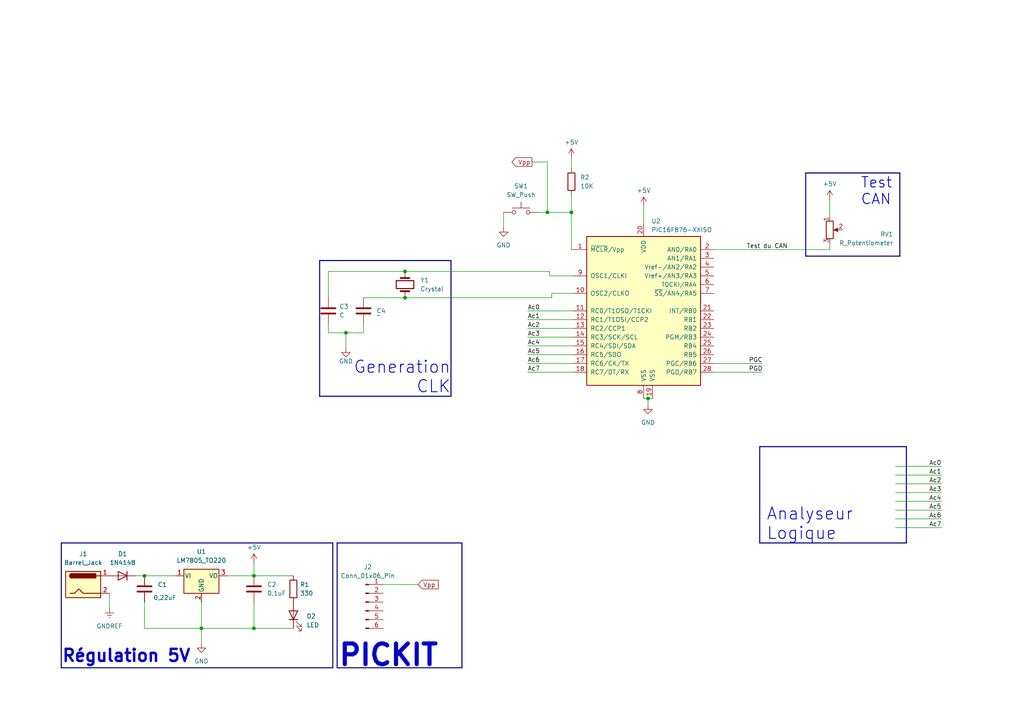
<source format=kicad_sch>
(kicad_sch (version 20230121) (generator eeschema)
  (paper "A4")
  (title_block (title "Projet capteur de temperature avec uC en assembleur") (date "2024-03-06") (company "ESME Ivry-sur-Seine") (comment 1 "Groupe 5 : A2S") (comment 2 "Membres : RAFFOUX JOIRE ANDRIANJAFINDRADILO") (comment 3 "Partie 1 et 2 : Signal carré et test du CAN"))
  (lib_symbols
    (symbol "Connector:Barrel_Jack" (pin_names (offset 1.016))
      (property "Reference" "J" (at 0 5.334 0))
      (property "Value" "Barrel_Jack" (at 0 -5.08 0))
      (symbol "Barrel_Jack_0_1"
        (rectangle (start -5.08 3.81) (end 5.08 -3.81) (stroke (width 0.254)) (fill (type background)))
        (arc (start -3.302 3.175) (mid -3.9343 2.54) (end -3.302 1.905) (stroke (width 0.254)))
        (arc (start -3.302 3.175) (mid -3.9343 2.54) (end -3.302 1.905) (stroke (width 0.254)) (fill (type outline)))
        (polyline (pts (xy 5.08 2.54) (xy 3.81 2.54)) (stroke (width 0.254)))
        (polyline (pts (xy -3.81 -2.54) (xy -2.54 -2.54) (xy -1.27 -1.27) (xy 0 -2.54) (xy 2.54 -2.54) (xy 5.08 -2.54)) (stroke (width 0.254)))
        (rectangle (start 3.683 3.175) (end -3.302 1.905) (stroke (width 0.254)) (fill (type outline)))
      )
      (symbol "Barrel_Jack_1_1"
        (pin passive line (at 7.62 2.54 180) (length 2.54) (name "~") (number "1"))
        (pin passive line (at 7.62 -2.54 180) (length 2.54) (name "~") (number "2"))
      )
    )
    (symbol "Connector:Conn_01x06_Pin" (pin_names (offset 1.016) hide)
      (property "Reference" "J" (at 0 7.62 0))
      (property "Value" "Conn_01x06_Pin" (at 0 -10.16 0))
      (symbol "Conn_01x06_Pin_1_1"
        (polyline (pts (xy 1.27 -7.62) (xy 0.8636 -7.62)) (stroke (width 0.1524)))
        (polyline (pts (xy 1.27 -5.08) (xy 0.8636 -5.08)) (stroke (width 0.1524)))
        (polyline (pts (xy 1.27 -2.54) (xy 0.8636 -2.54)) (stroke (width 0.1524)))
        (polyline (pts (xy 1.27 0) (xy 0.8636 0)) (stroke (width 0.1524)))
        (polyline (pts (xy 1.27 2.54) (xy 0.8636 2.54)) (stroke (width 0.1524)))
        (polyline (pts (xy 1.27 5.08) (xy 0.8636 5.08)) (stroke (width 0.1524)))
        (rectangle (start 0.8636 -7.493) (end 0 -7.747) (stroke (width 0.1524)) (fill (type outline)))
        (rectangle (start 0.8636 -4.953) (end 0 -5.207) (stroke (width 0.1524)) (fill (type outline)))
        (rectangle (start 0.8636 -2.413) (end 0 -2.667) (stroke (width 0.1524)) (fill (type outline)))
        (rectangle (start 0.8636 0.127) (end 0 -0.127) (stroke (width 0.1524)) (fill (type outline)))
        (rectangle (start 0.8636 2.667) (end 0 2.413) (stroke (width 0.1524)) (fill (type outline)))
        (rectangle (start 0.8636 5.207) (end 0 4.953) (stroke (width 0.1524)) (fill (type outline)))
        (pin passive line (at 5.08 5.08 180) (length 3.81) (name "Pin_1") (number "1"))
        (pin passive line (at 5.08 2.54 180) (length 3.81) (name "Pin_2") (number "2"))
        (pin passive line (at 5.08 0 180) (length 3.81) (name "Pin_3") (number "3"))
        (pin passive line (at 5.08 -2.54 180) (length 3.81) (name "Pin_4") (number "4"))
        (pin passive line (at 5.08 -5.08 180) (length 3.81) (name "Pin_5") (number "5"))
        (pin passive line (at 5.08 -7.62 180) (length 3.81) (name "Pin_6") (number "6"))
      )
    )
    (symbol "Device:C" (pin_numbers hide) (pin_names (offset 0.254))
      (property "Reference" "C" (at 0.635 2.54 0))
      (property "Value" "C" (at 0.635 -2.54 0))
      (symbol "C_0_1"
        (polyline (pts (xy -2.032 -0.762) (xy 2.032 -0.762)) (stroke (width 0.508)))
        (polyline (pts (xy -2.032 0.762) (xy 2.032 0.762)) (stroke (width 0.508)))
      )
      (symbol "C_1_1"
        (pin passive line (at 0 3.81 270) (length 2.794) (name "~") (number "1"))
        (pin passive line (at 0 -3.81 90) (length 2.794) (name "~") (number "2"))
      )
    )
    (symbol "Device:Crystal" (pin_numbers hide) (pin_names (offset 1.016) hide)
      (property "Reference" "Y" (at 0 3.81 0))
      (property "Value" "Crystal" (at 0 -3.81 0))
      (symbol "Crystal_0_1"
        (rectangle (start -1.143 2.54) (end 1.143 -2.54) (stroke (width 0.3048)))
        (polyline (pts (xy -2.54 0) (xy -1.905 0)))
        (polyline (pts (xy -1.905 -1.27) (xy -1.905 1.27)) (stroke (width 0.508)))
        (polyline (pts (xy 1.905 -1.27) (xy 1.905 1.27)) (stroke (width 0.508)))
        (polyline (pts (xy 2.54 0) (xy 1.905 0)))
      )
      (symbol "Crystal_1_1"
        (pin passive line (at -3.81 0 0) (length 1.27) (name "1") (number "1"))
        (pin passive line (at 3.81 0 180) (length 1.27) (name "2") (number "2"))
      )
    )
    (symbol "Device:LED" (pin_numbers hide) (pin_names (offset 1.016) hide)
      (property "Reference" "D" (at 0 2.54 0))
      (property "Value" "LED" (at 0 -2.54 0))
      (symbol "LED_0_1"
        (polyline (pts (xy -1.27 -1.27) (xy -1.27 1.27)) (stroke (width 0.254)))
        (polyline (pts (xy -1.27 0) (xy 1.27 0)))
        (polyline (pts (xy 1.27 -1.27) (xy 1.27 1.27) (xy -1.27 0) (xy 1.27 -1.27)) (stroke (width 0.254)))
        (polyline (pts (xy -3.048 -0.762) (xy -4.572 -2.286) (xy -3.81 -2.286) (xy -4.572 -2.286) (xy -4.572 -1.524)))
        (polyline (pts (xy -1.778 -0.762) (xy -3.302 -2.286) (xy -2.54 -2.286) (xy -3.302 -2.286) (xy -3.302 -1.524)))
      )
      (symbol "LED_1_1"
        (pin passive line (at -3.81 0 0) (length 2.54) (name "K") (number "1"))
        (pin passive line (at 3.81 0 180) (length 2.54) (name "A") (number "2"))
      )
    )
    (symbol "Device:R" (pin_numbers hide) (pin_names (offset 0))
      (property "Reference" "R" (at 2.032 0 90))
      (property "Value" "R" (at 0 0 90))
      (symbol "R_0_1"
        (rectangle (start -1.016 -2.54) (end 1.016 2.54) (stroke (width 0.254)))
      )
      (symbol "R_1_1"
        (pin passive line (at 0 3.81 270) (length 1.27) (name "~") (number "1"))
        (pin passive line (at 0 -3.81 90) (length 1.27) (name "~") (number "2"))
      )
    )
    (symbol "Device:R_Potentiometer" (pin_names (offset 1.016) hide)
      (property "Reference" "RV" (at -4.445 0 90))
      (property "Value" "R_Potentiometer" (at -2.54 0 90))
      (symbol "R_Potentiometer_0_1"
        (polyline (pts (xy 2.54 0) (xy 1.524 0)))
        (polyline (pts (xy 1.143 0) (xy 2.286 0.508) (xy 2.286 -0.508) (xy 1.143 0)) (fill (type outline)))
        (rectangle (start 1.016 2.54) (end -1.016 -2.54) (stroke (width 0.254)))
      )
      (symbol "R_Potentiometer_1_1"
        (pin passive line (at 0 3.81 270) (length 1.27) (name "1") (number "1"))
        (pin passive line (at 3.81 0 180) (length 1.27) (name "2") (number "2"))
        (pin passive line (at 0 -3.81 90) (length 1.27) (name "3") (number "3"))
      )
    )
    (symbol "Diode:1N4148" (pin_numbers hide) (pin_names hide)
      (property "Reference" "D" (at 0 2.54 0))
      (property "Value" "1N4148" (at 0 -2.54 0))
      (symbol "1N4148_0_1"
        (polyline (pts (xy -1.27 1.27) (xy -1.27 -1.27)) (stroke (width 0.254)))
        (polyline (pts (xy 1.27 0) (xy -1.27 0)))
        (polyline (pts (xy 1.27 1.27) (xy 1.27 -1.27) (xy -1.27 0) (xy 1.27 1.27)) (stroke (width 0.254)))
      )
      (symbol "1N4148_1_1"
        (pin passive line (at -3.81 0 0) (length 2.54) (name "K") (number "1"))
        (pin passive line (at 3.81 0 180) (length 2.54) (name "A") (number "2"))
      )
    )
    (symbol "MCU_Microchip_PIC16:PIC16F876-XXISO" (pin_names (offset 1.016))
      (property "Reference" "U" (at 2.54 25.4 0))
      (property "Value" "PIC16F876-XXISO" (at 2.54 22.86 0))
      (symbol "PIC16F876-XXISO_0_1"
        (rectangle (start -16.51 21.59) (end 16.51 -21.59) (stroke (width 0.254)) (fill (type background)))
      )
      (symbol "PIC16F876-XXISO_1_1"
        (pin input line (at -20.32 17.78 0) (length 3.81) (name "~{MCLR}/Vpp") (number "1"))
        (pin output line (at -20.32 5.08 0) (length 3.81) (name "OSC2/CLKO") (number "10"))
        (pin bidirectional line (at -20.32 0 0) (length 3.81) (name "RC0/T1OSO/T1CKI") (number "11"))
        (pin bidirectional line (at -20.32 -2.54 0) (length 3.81) (name "RC1/T1OSI/CCP2") (number "12"))
        (pin bidirectional line (at -20.32 -5.08 0) (length 3.81) (name "RC2/CCP1") (number "13"))
        (pin bidirectional line (at -20.32 -7.62 0) (length 3.81) (name "RC3/SCK/SCL") (number "14"))
        (pin bidirectional line (at -20.32 -10.16 0) (length 3.81) (name "RC4/SDI/SDA") (number "15"))
        (pin bidirectional line (at -20.32 -12.7 0) (length 3.81) (name "RC5/SDO") (number "16"))
        (pin bidirectional line (at -20.32 -15.24 0) (length 3.81) (name "RC6/CK/TX") (number "17"))
        (pin bidirectional line (at -20.32 -17.78 0) (length 3.81) (name "RC7/DT/RX") (number "18"))
        (pin power_in line (at 2.54 -25.4 90) (length 3.81) (name "VSS") (number "19"))
        (pin bidirectional line (at 20.32 17.78 180) (length 3.81) (name "AN0/RA0") (number "2"))
        (pin power_in line (at 0 25.4 270) (length 3.81) (name "VDD") (number "20"))
        (pin bidirectional line (at 20.32 0 180) (length 3.81) (name "INT/RB0") (number "21"))
        (pin bidirectional line (at 20.32 -2.54 180) (length 3.81) (name "RB1") (number "22"))
        (pin bidirectional line (at 20.32 -5.08 180) (length 3.81) (name "RB2") (number "23"))
        (pin bidirectional line (at 20.32 -7.62 180) (length 3.81) (name "PGM/RB3") (number "24"))
        (pin bidirectional line (at 20.32 -10.16 180) (length 3.81) (name "RB4") (number "25"))
        (pin bidirectional line (at 20.32 -12.7 180) (length 3.81) (name "RB5") (number "26"))
        (pin bidirectional line (at 20.32 -15.24 180) (length 3.81) (name "PGC/RB6") (number "27"))
        (pin bidirectional line (at 20.32 -17.78 180) (length 3.81) (name "PGD/RB7") (number "28"))
        (pin bidirectional line (at 20.32 15.24 180) (length 3.81) (name "AN1/RA1") (number "3"))
        (pin bidirectional line (at 20.32 12.7 180) (length 3.81) (name "Vref-/AN2/RA2") (number "4"))
        (pin bidirectional line (at 20.32 10.16 180) (length 3.81) (name "Vref+/AN3/RA3") (number "5"))
        (pin bidirectional line (at 20.32 7.62 180) (length 3.81) (name "T0CKI/RA4") (number "6"))
        (pin bidirectional line (at 20.32 5.08 180) (length 3.81) (name "~{SS}/AN4/RA5") (number "7"))
        (pin power_in line (at 0 -25.4 90) (length 3.81) (name "VSS") (number "8"))
        (pin input line (at -20.32 10.16 0) (length 3.81) (name "OSC1/CLKI") (number "9"))
      )
    )
    (symbol "Regulator_Linear:LM7805_TO220" (pin_names (offset 0.254))
      (property "Reference" "U" (at -3.81 3.175 0))
      (property "Value" "LM7805_TO220" (at 0 3.175 0))
      (symbol "LM7805_TO220_0_1"
        (rectangle (start -5.08 1.905) (end 5.08 -5.08) (stroke (width 0.254)) (fill (type background)))
      )
      (symbol "LM7805_TO220_1_1"
        (pin power_in line (at -7.62 0 0) (length 2.54) (name "VI") (number "1"))
        (pin power_in line (at 0 -7.62 90) (length 2.54) (name "GND") (number "2"))
        (pin power_out line (at 7.62 0 180) (length 2.54) (name "VO") (number "3"))
      )
    )
    (symbol "Switch:SW_Push" (pin_numbers hide) (pin_names (offset 1.016) hide)
      (property "Reference" "SW" (at 1.27 2.54 0))
      (property "Value" "SW_Push" (at 0 -1.524 0))
      (symbol "SW_Push_0_1"
        (circle (center -2.032 0) (radius 0.508))
        (polyline (pts (xy 0 1.27) (xy 0 3.048)))
        (polyline (pts (xy 2.54 1.27) (xy -2.54 1.27)))
        (circle (center 2.032 0) (radius 0.508))
        (pin passive line (at -5.08 0 0) (length 2.54) (name "1") (number "1"))
        (pin passive line (at 5.08 0 180) (length 2.54) (name "2") (number "2"))
      )
    )
    (symbol "power:+5V" (power) (pin_names (offset 0))
      (property "Value" "+5V" (at 0 3.556 0))
      (symbol "+5V_0_1"
        (polyline (pts (xy -0.762 1.27) (xy 0 2.54)))
        (polyline (pts (xy 0 0) (xy 0 2.54)))
        (polyline (pts (xy 0 2.54) (xy 0.762 1.27)))
      )
      (symbol "+5V_1_1"
        (pin power_in line (at 0 0 90) (length 0) hide (name "+5V") (number "1"))
      )
    )
    (symbol "power:GND" (power) (pin_names (offset 0))
      (property "Value" "GND" (at 0 -3.81 0))
      (symbol "GND_0_1"
        (polyline (pts (xy 0 0) (xy 0 -1.27) (xy 1.27 -1.27) (xy 0 -2.54) (xy -1.27 -1.27) (xy 0 -1.27)))
      )
      (symbol "GND_1_1"
        (pin power_in line (at 0 0 270) (length 0) hide (name "GND") (number "1"))
      )
    )
    (symbol "power:GNDREF" (power) (pin_names (offset 0))
      (property "Value" "GNDREF" (at 0 -3.81 0))
      (symbol "GNDREF_0_1"
        (polyline (pts (xy -0.635 -1.905) (xy 0.635 -1.905)))
        (polyline (pts (xy -0.127 -2.54) (xy 0.127 -2.54)))
        (polyline (pts (xy 0 -1.27) (xy 0 0)))
        (polyline (pts (xy 1.27 -1.27) (xy -1.27 -1.27)))
      )
      (symbol "GNDREF_1_1"
        (pin power_in line (at 0 0 270) (length 0) hide (name "GNDREF") (number "1"))
      )
    )
  )
  (junction (at 100.33 96.52))
  (junction (at 117.475 78.74))
  (junction (at 41.91 167.005))
  (junction (at 165.735 61.595))
  (junction (at 187.96 115.57))
  (junction (at 58.42 182.245))
  (junction (at 73.66 167.005))
  (junction (at 117.475 86.36))
  (junction (at 158.75 61.595))
  (junction (at 73.66 182.245))
  (wire (pts (xy 73.66 167.005) (xy 66.04 167.005)))
  (wire (pts (xy 117.475 78.74) (xy 159.385 78.74)))
  (bus (pts (xy 17.78 193.675) (xy 96.52 193.675)))
  (bus (pts (xy 262.89 129.54) (xy 220.345 129.54)))
  (wire (pts (xy 259.715 153.035) (xy 273.05 153.035)))
  (wire (pts (xy 187.96 115.57) (xy 189.23 115.57)))
  (wire (pts (xy 73.66 182.245) (xy 85.09 182.245)))
  (wire (pts (xy 165.735 45.72) (xy 165.735 48.895)))
  (wire (pts (xy 207.01 72.39) (xy 240.665 72.39)))
  (wire (pts (xy 259.715 145.415) (xy 273.05 145.415)))
  (wire (pts (xy 31.75 172.085) (xy 31.75 176.53)))
  (wire (pts (xy 95.25 78.74) (xy 117.475 78.74)))
  (wire (pts (xy 166.37 95.25) (xy 153.035 95.25)))
  (wire (pts (xy 73.66 163.195) (xy 73.66 167.005)))
  (bus (pts (xy 233.68 74.295) (xy 260.985 74.295)))
  (wire (pts (xy 111.125 169.545) (xy 121.285 169.545)))
  (wire (pts (xy 105.41 86.36) (xy 117.475 86.36)))
  (wire (pts (xy 207.01 107.95) (xy 220.98 107.95)))
  (bus (pts (xy 92.71 114.935) (xy 92.71 75.565)))
  (wire (pts (xy 158.75 46.99) (xy 158.75 61.595)))
  (wire (pts (xy 186.69 115.57) (xy 187.96 115.57)))
  (wire (pts (xy 58.42 182.245) (xy 58.42 186.69)))
  (bus (pts (xy 92.71 75.565) (xy 130.81 75.565)))
  (wire (pts (xy 187.96 115.57) (xy 187.96 117.475)))
  (wire (pts (xy 259.715 135.255) (xy 273.05 135.255)))
  (bus (pts (xy 262.89 157.48) (xy 220.345 157.48)))
  (wire (pts (xy 73.66 167.005) (xy 85.09 167.005)))
  (wire (pts (xy 41.91 182.245) (xy 58.42 182.245)))
  (wire (pts (xy 154.305 46.99) (xy 158.75 46.99)))
  (bus (pts (xy 260.985 74.295) (xy 260.985 50.165)))
  (wire (pts (xy 58.42 182.245) (xy 73.66 182.245)))
  (wire (pts (xy 166.37 80.01) (xy 159.385 80.01)))
  (wire (pts (xy 105.41 96.52) (xy 105.41 93.98)))
  (wire (pts (xy 100.33 96.52) (xy 105.41 96.52)))
  (bus (pts (xy 220.345 129.54) (xy 220.345 157.48)))
  (bus (pts (xy 17.78 157.48) (xy 17.78 193.675)))
  (bus (pts (xy 133.985 193.675) (xy 97.79 193.675)))
  (wire (pts (xy 166.37 90.17) (xy 153.035 90.17)))
  (bus (pts (xy 97.79 157.48) (xy 133.985 157.48)))
  (wire (pts (xy 73.66 174.625) (xy 73.66 182.245)))
  (wire (pts (xy 41.91 167.005) (xy 50.8 167.005)))
  (wire (pts (xy 58.42 174.625) (xy 58.42 182.245)))
  (bus (pts (xy 233.68 50.165) (xy 233.68 74.295)))
  (wire (pts (xy 95.25 78.74) (xy 95.25 86.36)))
  (wire (pts (xy 160.02 85.09) (xy 166.37 85.09)))
  (bus (pts (xy 96.52 157.48) (xy 96.52 193.675)))
  (bus (pts (xy 97.79 157.48) (xy 97.79 193.675)))
  (wire (pts (xy 259.715 150.495) (xy 273.05 150.495)))
  (wire (pts (xy 259.715 140.335) (xy 273.05 140.335)))
  (wire (pts (xy 166.37 105.41) (xy 153.035 105.41)))
  (wire (pts (xy 95.25 93.98) (xy 95.25 96.52)))
  (wire (pts (xy 39.37 167.005) (xy 41.91 167.005)))
  (bus (pts (xy 17.78 157.48) (xy 96.52 157.48)))
  (wire (pts (xy 100.33 96.52) (xy 95.25 96.52)))
  (wire (pts (xy 166.37 102.87) (xy 153.035 102.87)))
  (wire (pts (xy 166.37 107.95) (xy 153.035 107.95)))
  (wire (pts (xy 165.735 56.515) (xy 165.735 61.595)))
  (wire (pts (xy 166.37 92.71) (xy 153.035 92.71)))
  (wire (pts (xy 240.665 57.785) (xy 240.665 62.865)))
  (wire (pts (xy 160.02 86.36) (xy 160.02 85.09)))
  (wire (pts (xy 240.665 72.39) (xy 240.665 70.485)))
  (wire (pts (xy 165.735 72.39) (xy 166.37 72.39)))
  (wire (pts (xy 207.01 105.41) (xy 220.98 105.41)))
  (bus (pts (xy 130.81 75.565) (xy 130.81 114.935)))
  (wire (pts (xy 41.91 174.625) (xy 41.91 182.245)))
  (bus (pts (xy 133.985 157.48) (xy 133.985 193.675)))
  (wire (pts (xy 158.75 61.595) (xy 165.735 61.595)))
  (bus (pts (xy 233.68 50.165) (xy 260.985 50.165)))
  (wire (pts (xy 117.475 86.36) (xy 160.02 86.36)))
  (wire (pts (xy 259.715 137.795) (xy 273.05 137.795)))
  (wire (pts (xy 159.385 80.01) (xy 159.385 78.74)))
  (wire (pts (xy 166.37 97.79) (xy 153.035 97.79)))
  (wire (pts (xy 100.33 96.52) (xy 100.33 100.965)))
  (wire (pts (xy 186.69 59.69) (xy 186.69 64.77)))
  (wire (pts (xy 146.05 61.595) (xy 146.05 66.04)))
  (bus (pts (xy 262.89 157.48) (xy 262.89 129.54)))
  (wire (pts (xy 156.21 61.595) (xy 158.75 61.595)))
  (wire (pts (xy 259.715 147.955) (xy 273.05 147.955)))
  (wire (pts (xy 259.715 142.875) (xy 273.05 142.875)))
  (bus (pts (xy 130.81 114.935) (xy 92.71 114.935)))
  (wire (pts (xy 166.37 100.33) (xy 153.035 100.33)))
  (wire (pts (xy 165.735 61.595) (xy 165.735 72.39)))
  (text "Test \nCAN" (at 249.555 59.69 0) (effects (font (size 3 3) (thickness 0.254) bold) (justify left bottom)))
  (text "PICKIT" (at 97.79 193.675 0) (effects (font (size 6 6) (thickness 1.2) bold) (justify left bottom)))
  (text "Generation\nCLK" (at 130.81 114.3 0) (effects (font (size 3.5 3.5) (thickness 0.254) bold) (justify right bottom)))
  (text "Régulation 5V" (at 17.78 192.405 0) (effects (font (size 3.5 3.5) bold) (justify left bottom)))
  (text "Analyseur\nLogique" (at 222.25 156.845 0) (effects (font (size 3.5 3.5) (thickness 0.254) bold) (justify left bottom)))
  (label "Ac4" (at 153.035 100.33 0))
  (label "Ac3" (at 153.035 97.79 0))
  (label "Ac0" (at 273.05 135.255 180))
  (label "Ac3" (at 273.05 142.875 180))
  (label "Ac5" (at 153.035 102.87 0))
  (label "PGD" (at 217.17 107.95 0))
  (label "Ac2" (at 273.05 140.335 180))
  (label "PGC" (at 217.17 105.41 0))
  (label "Test du CAN" (at 216.535 72.39 0))
  (label "Ac5" (at 273.05 147.955 180))
  (label "Ac6" (at 153.035 105.41 0))
  (label "Ac6" (at 273.05 150.495 180))
  (label "Ac2" (at 153.035 95.25 0))
  (label "Ac0" (at 153.035 90.17 0))
  (label "Ac7" (at 273.05 153.035 180))
  (label "Ac4" (at 273.05 145.415 180))
  (label "Ac7" (at 153.035 107.95 0))
  (label "Ac1" (at 273.05 137.795 180))
  (label "Ac1" (at 153.035 92.71 0))
  (global_label "Vpp" (shape input) (at 121.285 169.545 0) (property "Intersheetrefs" "${INTERSHEET_REFS}" (effects hide)))
  (global_label "Vpp" (shape output) (at 154.305 46.99 180) (property "Intersheetrefs" "${INTERSHEET_REFS}" (effects hide)))
  (symbol (lib_id "power:+5V") (at 240.665 57.785 0) (unit 1)
    (property "Reference" "#PWR09" (effects hide))
    (property "Value" "+5V" (at 240.665 53.34 0))
  )
  (symbol (lib_id "power:+5V") (at 73.66 163.195 0) (unit 1)
    (property "Reference" "#PWR03" (effects hide))
    (property "Value" "+5V" (at 73.66 158.75 0))
  )
  (symbol (lib_id "Switch:SW_Push") (at 151.13 61.595 0) (unit 1)
    (property "Reference" "SW1" (at 151.13 53.975 0))
    (property "Value" "SW_Push" (at 151.13 56.515 0))
  )
  (symbol (lib_id "power:GNDREF") (at 31.75 176.53 0) (unit 1)
    (property "Reference" "#PWR01" (effects hide))
    (property "Value" "GNDREF" (at 31.75 181.61 0))
  )
  (symbol (lib_id "Connector:Conn_01x06_Pin") (at 106.045 174.625 0) (unit 1)
    (property "Reference" "J2" (at 106.68 164.465 0))
    (property "Value" "Conn_01x06_Pin" (at 106.68 167.005 0))
  )
  (symbol (lib_id "Regulator_Linear:LM7805_TO220") (at 58.42 167.005 0) (unit 1)
    (property "Reference" "U1" (at 58.42 160.02 0))
    (property "Value" "LM7805_TO220" (at 58.42 162.56 0))
    (property "Footprint" "Package_TO_SOT_THT:TO-220-3_Vertical" (effects hide))
    (property "Datasheet" "https://www.onsemi.cn/PowerSolutions/document/MC7800-D.PDF" (effects hide))
  )
  (symbol (lib_id "Device:Crystal") (at 117.475 82.55 90) (unit 1)
    (property "Reference" "Y1" (at 121.92 81.28 90) (effects (justify right)))
    (property "Value" "Crystal" (at 121.92 83.82 90) (effects (justify right)))
  )
  (symbol (lib_id "Device:C") (at 105.41 90.17 0) (unit 1)
    (property "Reference" "C4" (at 109.22 90.17 0) (effects (justify left)))
    (property "Value" "~" (at 109.22 91.44 0) (effects (justify left)))
  )
  (symbol (lib_id "Device:C") (at 41.91 170.815 0) (unit 1)
    (property "Reference" "C1" (at 45.72 169.545 0) (effects (justify left)))
    (property "Value" "0,22uF" (at 44.45 173.355 0) (effects (justify left)))
  )
  (symbol (lib_id "Diode:1N4148") (at 35.56 167.005 180) (unit 1)
    (property "Reference" "D1" (at 35.56 160.655 0))
    (property "Value" "1N4148" (at 35.56 163.195 0))
    (property "Footprint" "Diode_THT:D_DO-35_SOD27_P7.62mm_Horizontal" (effects hide))
    (property "Datasheet" "https://assets.nexperia.com/documents/data-sheet/1N4148_1N4448.pdf" (effects hide))
    (property "Sim.Device" "D" (effects hide))
    (property "Sim.Pins" "1=K 2=A" (effects hide))
  )
  (symbol (lib_id "Device:LED") (at 85.09 178.435 90) (unit 1)
    (property "Reference" "D2" (at 88.9 178.7525 90) (effects (justify right)))
    (property "Value" "LED" (at 88.9 181.2925 90) (effects (justify right)))
  )
  (symbol (lib_id "Device:R") (at 85.09 170.815 0) (unit 1)
    (property "Reference" "R1" (at 86.995 169.545 0) (effects (justify left)))
    (property "Value" "330" (at 86.995 172.085 0) (effects (justify left)))
  )
  (symbol (lib_id "power:GND") (at 100.33 100.965 0) (unit 1)
    (property "Reference" "#PWR04" (effects hide))
    (property "Value" "GND" (at 100.33 104.775 0))
  )
  (symbol (lib_id "power:GND") (at 187.96 117.475 0) (unit 1)
    (property "Reference" "#PWR08" (effects hide))
    (property "Value" "GND" (at 187.96 122.555 0))
  )
  (symbol (lib_id "Connector:Barrel_Jack") (at 24.13 169.545 0) (unit 1)
    (property "Reference" "J1" (at 24.13 160.655 0))
    (property "Value" "Barrel_Jack" (at 24.13 163.195 0))
  )
  (symbol (lib_id "Device:C") (at 95.25 90.17 0) (unit 1)
    (property "Reference" "C3" (at 98.425 88.9 0) (effects (justify left)))
    (property "Value" "C" (at 98.425 91.44 0) (effects (justify left)))
  )
  (symbol (lib_id "MCU_Microchip_PIC16:PIC16F876-XXISO") (at 186.69 90.17 0) (unit 1)
    (property "Reference" "U2" (at 188.8841 64.135 0) (effects (justify left)))
    (property "Value" "PIC16F876-XXISO" (at 188.8841 66.675 0) (effects (justify left)))
    (property "Datasheet" "http://ww1.microchip.com/downloads/en/DeviceDoc/30292C.pdf" (effects hide))
  )
  (symbol (lib_id "Device:R_Potentiometer") (at 240.665 66.675 0) (unit 1)
    (property "Reference" "RV1" (at 259.08 67.945 0) (effects (justify right)))
    (property "Value" "R_Potentiometer" (at 259.08 70.485 0) (effects (justify right)))
  )
  (symbol (lib_id "Device:R") (at 165.735 52.705 0) (unit 1)
    (property "Reference" "R2" (at 168.275 51.435 0) (effects (justify left)))
    (property "Value" "10K" (at 168.275 53.975 0) (effects (justify left)))
  )
  (symbol (lib_id "power:+5V") (at 186.69 59.69 0) (unit 1)
    (property "Reference" "#PWR07" (effects hide))
    (property "Value" "+5V" (at 186.69 55.245 0))
  )
  (symbol (lib_id "power:GND") (at 146.05 66.04 0) (unit 1)
    (property "Reference" "#PWR05" (effects hide))
    (property "Value" "GND" (at 146.05 71.12 0))
  )
  (symbol (lib_id "power:+5V") (at 165.735 45.72 0) (unit 1)
    (property "Reference" "#PWR06" (effects hide))
    (property "Value" "+5V" (at 165.735 41.275 0))
  )
  (symbol (lib_id "power:GND") (at 58.42 186.69 0) (unit 1)
    (property "Reference" "#PWR02" (effects hide))
    (property "Value" "GND" (at 58.42 191.77 0))
  )
  (symbol (lib_id "Device:C") (at 73.66 170.815 0) (unit 1)
    (property "Reference" "C2" (at 77.47 169.545 0) (effects (justify left)))
    (property "Value" "0,1uF" (at 77.47 172.085 0) (effects (justify left)))
  )
)
</source>
